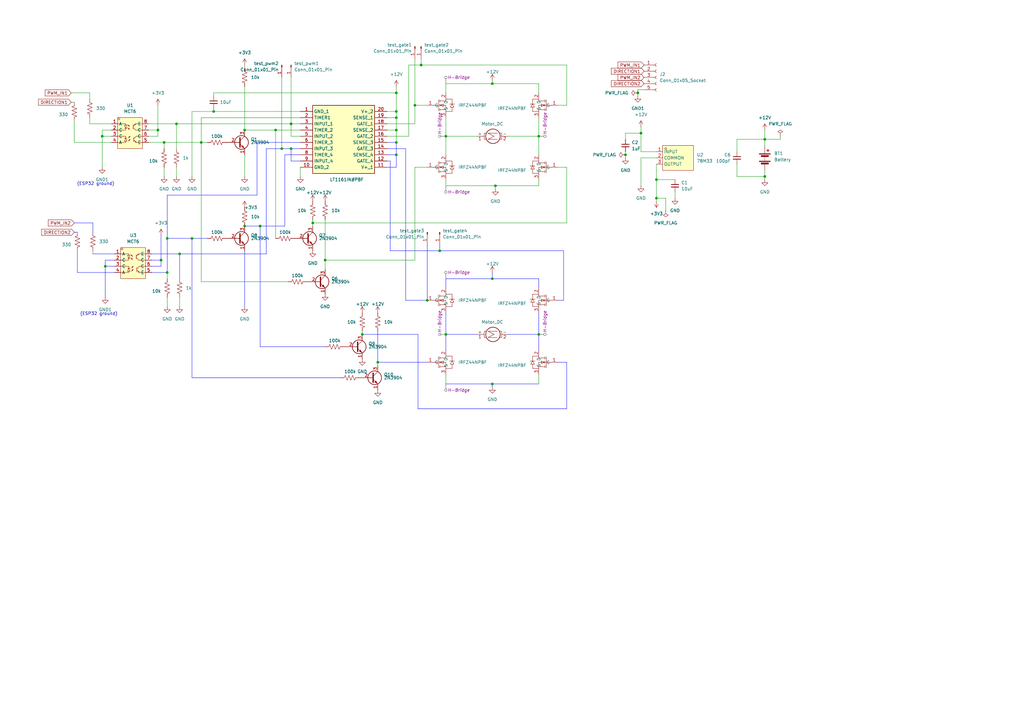
<source format=kicad_sch>
(kicad_sch (version 20250114) (generator "eeschema") (generator_version "9.0")
  (paper "A3")
  (lib_symbols
    (symbol "Connector:Conn_01x01_Pin" (pin_names (offset 1.016) (hide yes))
      (property "Reference" "J" (at 0 2.54 0))
      (property "Value" "Conn_01x01_Pin" (at 0 -2.54 0))
      (symbol "Conn_01x01_Pin_1_1"
        (pin passive line (at 5.08 0 180) (length 3.81) (name "Pin_1") (number "1"))
      )
    )
    (symbol "Connector:Conn_01x05_Socket" (pin_names (offset 1.016) (hide yes))
      (property "Reference" "J" (at 0 7.62 0))
      (property "Value" "Conn_01x05_Socket" (at 0 -7.62 0))
      (symbol "Conn_01x05_Socket_1_1"
        (pin passive line (at -5.08 5.08 0) (length 3.81) (name "Pin_1") (number "1"))
        (pin passive line (at -5.08 2.54 0) (length 3.81) (name "Pin_2") (number "2"))
        (pin passive line (at -5.08 0 0) (length 3.81) (name "Pin_3") (number "3"))
        (pin passive line (at -5.08 -2.54 0) (length 3.81) (name "Pin_4") (number "4"))
        (pin passive line (at -5.08 -5.08 0) (length 3.81) (name "Pin_5") (number "5"))
      )
    )
    (symbol "Device:Battery" (pin_numbers (hide yes)) (pin_names (offset 0) (hide yes))
      (property "Reference" "BT" (at 2.54 2.54 0))
      (property "Value" "Battery" (at 2.54 0 0))
      (symbol "Battery_1_1"
        (pin passive line (at 0 5.08 270) (length 2.54) (name "+") (number "1"))
        (pin passive line (at 0 -5.08 90) (length 2.54) (name "-") (number "2"))
      )
    )
    (symbol "Device:C_Small" (pin_numbers (hide yes)) (pin_names (offset 0.254) (hide yes))
      (property "Reference" "C" (at 0.254 1.778 0))
      (property "Value" "C_Small" (at 0.254 -2.032 0))
      (symbol "C_Small_1_1"
        (pin passive line (at 0 2.54 270) (length 2.032) (name "~") (number "1"))
        (pin passive line (at 0 -2.54 90) (length 2.032) (name "~") (number "2"))
      )
    )
    (symbol "Device:R_US" (pin_numbers (hide yes)) (pin_names (offset 0))
      (property "Reference" "R" (at 2.54 0 90))
      (property "Value" "R_US" (at -2.54 0 90))
      (symbol "R_US_1_1"
        (pin passive line (at 0 3.81 270) (length 1.27) (name "~") (number "1"))
        (pin passive line (at 0 -3.81 90) (length 1.27) (name "~") (number "2"))
      )
    )
    (symbol "Motor:Motor_DC_ALT" (pin_names (offset 0))
      (property "Reference" "M" (at 2.54 2.54 0))
      (property "Value" "Motor_DC_ALT" (at 2.54 -5.08 0))
      (symbol "Motor_DC_ALT_1_1"
        (pin passive line (at 0 5.08 270) (length 2.54) (name "+") (number "1"))
        (pin passive line (at 0 -7.62 90) (length 2.54) (name "-") (number "2"))
      )
    )
    (symbol "SamacSys_Parts:LT1161IN#PBF"
      (property "Reference" "IC" (at 31.75 7.62 0))
      (property "Value" "LT1161IN#PBF" (at 31.75 5.08 0))
      (symbol "LT1161IN#PBF_1_1"
        (pin passive line (at 0 0 0) (length 5.08) (name "GND_1") (number "1"))
        (pin passive line (at 0 -2.54 0) (length 5.08) (name "TIMER1") (number "2"))
        (pin passive line (at 0 -5.08 0) (length 5.08) (name "INPUT_1") (number "3"))
        (pin passive line (at 0 -7.62 0) (length 5.08) (name "TIMER_2") (number "4"))
        (pin passive line (at 0 -10.16 0) (length 5.08) (name "INPUT_2") (number "5"))
        (pin passive line (at 0 -12.7 0) (length 5.08) (name "TIMER_3") (number "6"))
        (pin passive line (at 0 -15.24 0) (length 5.08) (name "INPUT_3") (number "7"))
        (pin passive line (at 0 -17.78 0) (length 5.08) (name "TIMER_4") (number "8"))
        (pin passive line (at 0 -20.32 0) (length 5.08) (name "INPUT_4") (number "9"))
        (pin passive line (at 0 -22.86 0) (length 5.08) (name "GND_2") (number "10"))
        (pin passive line (at 35.56 0 180) (length 5.08) (name "V+_2") (number "20"))
        (pin passive line (at 35.56 -2.54 180) (length 5.08) (name "SENSE_1") (number "19"))
        (pin passive line (at 35.56 -5.08 180) (length 5.08) (name "GATE_1") (number "18"))
        (pin passive line (at 35.56 -7.62 180) (length 5.08) (name "SENSE_2") (number "17"))
        (pin passive line (at 35.56 -10.16 180) (length 5.08) (name "GATE_2") (number "16"))
        (pin passive line (at 35.56 -12.7 180) (length 5.08) (name "SENSE_3") (number "15"))
        (pin passive line (at 35.56 -15.24 180) (length 5.08) (name "GATE_3") (number "14"))
        (pin passive line (at 35.56 -17.78 180) (length 5.08) (name "SENSE_4") (number "13"))
        (pin passive line (at 35.56 -20.32 180) (length 5.08) (name "GATE_4") (number "12"))
        (pin passive line (at 35.56 -22.86 180) (length 5.08) (name "V+_1") (number "11"))
      )
    )
    (symbol "Transistor_BJT:2N3904" (pin_names (offset 0) (hide yes))
      (property "Reference" "Q" (at 5.08 1.905 0))
      (property "Value" "2N3904" (at 5.08 0 0))
      (symbol "2N3904_1_1"
        (pin passive line (at -5.08 0 0) (length 5.715) (name "B") (number "2"))
        (pin passive line (at 2.54 5.08 270) (length 2.54) (name "C") (number "3"))
        (pin passive line (at 2.54 -5.08 90) (length 2.54) (name "E") (number "1"))
      )
    )
    (symbol "easyeda2kicad:IRFZ44NPBF"
      (property "Reference" "Q" (at 0 10.16 0))
      (property "Value" "IRFZ44NPBF" (at 0 -10.16 0))
      (symbol "IRFZ44NPBF_0_1"
        (pin unspecified line (at -5.08 0 0) (length 2.54) (name "G") (number "1"))
        (pin unspecified line (at 2.54 5.08 270) (length 2.54) (name "D") (number "2"))
        (pin unspecified line (at 2.54 -5.08 90) (length 2.54) (name "S") (number "3"))
      )
    )
    (symbol "easyeda2kicad:MCT6"
      (property "Reference" "U" (at 0 7.62 0))
      (property "Value" "MCT6" (at 0 -10.16 0))
      (symbol "MCT6_0_1"
        (pin unspecified line (at -7.62 2.54 0) (length 2.54) (name "A") (number "1"))
        (pin unspecified line (at -7.62 0 0) (length 2.54) (name "C") (number "2"))
        (pin unspecified line (at -7.62 -2.54 0) (length 2.54) (name "C") (number "3"))
        (pin unspecified line (at -7.62 -5.08 0) (length 2.54) (name "A") (number "4"))
        (pin unspecified line (at 7.62 2.54 180) (length 2.54) (name "E") (number "8"))
        (pin unspecified line (at 7.62 0 180) (length 2.54) (name "C") (number "7"))
        (pin unspecified line (at 7.62 -2.54 180) (length 2.54) (name "C") (number "6"))
        (pin unspecified line (at 7.62 -5.08 180) (length 2.54) (name "E") (number "5"))
      )
    )
    (symbol "easyeda2kicad:UA78M33CKCS"
      (property "Reference" "U" (at 0 7.62 0))
      (property "Value" "UA78M33CKCS" (at 0 -7.62 0))
      (symbol "UA78M33CKCS_0_1"
        (pin unspecified line (at -7.62 2.54 0) (length 2.54) (name "INPUT") (number "1"))
        (pin unspecified line (at -7.62 0 0) (length 2.54) (name "COMMON") (number "2"))
        (pin unspecified line (at -7.62 -2.54 0) (length 2.54) (name "OUTPUT") (number "3"))
      )
    )
    (symbol "power:+12V" (power) (pin_names (offset 0))
      (property "Value" "+12V" (at 0 3.556 0))
      (symbol "+12V_1_1"
        (pin power_in line (at 0 0 90) (length 0) (hide yes) (name "+12V") (number "1"))
      )
    )
    (symbol "power:+3V3" (power) (pin_names (offset 0))
      (property "Value" "+3V3" (at 0 3.556 0))
      (symbol "+3V3_1_1"
        (pin power_in line (at 0 0 90) (length 0) (hide yes) (name "+3V3") (number "1"))
      )
    )
    (symbol "power:GND" (power) (pin_names (offset 0))
      (property "Value" "GND" (at 0 -3.81 0))
      (symbol "GND_1_1"
        (pin power_in line (at 0 0 270) (length 0) (hide yes) (name "GND") (number "1"))
      )
    )
    (symbol "power:GND1" (power) (pin_names (offset 0))
      (property "Value" "GND1" (at 0 -3.81 0))
      (symbol "GND1_1_1"
        (pin power_in line (at 0 0 270) (length 0) (hide yes) (name "GND1") (number "1"))
      )
    )
    (symbol "power:PWR_FLAG" (power) (pin_numbers (hide yes)) (pin_names (offset 0) (hide yes))
      (property "Value" "PWR_FLAG" (at 0 3.81 0))
      (symbol "PWR_FLAG_0_0"
        (pin power_out line (at 0 0 90) (length 0) (name "pwr") (number "1"))
      )
    )
  )
  (text "(ESP32 ground)\n" (at 46.99 76.2 0) (effects (font (size 1.27 1.27)) (justify right bottom)))
  (text "(ESP32 ground)\n" (at 48.26 129.54 0) (effects (font (size 1.27 1.27)) (justify right bottom)))
  (junction (at 87.63 45.72))
  (junction (at 82.55 58.42))
  (junction (at 148.59 137.16))
  (junction (at 261.62 38.1))
  (junction (at 133.35 106.68))
  (junction (at 162.56 38.1))
  (junction (at 175.26 123.19))
  (junction (at 220.98 137.16))
  (junction (at 113.03 53.34))
  (junction (at 154.94 148.59))
  (junction (at 182.88 137.16))
  (junction (at 73.66 104.14))
  (junction (at 220.98 55.88))
  (junction (at 43.18 109.22))
  (junction (at 119.38 60.96))
  (junction (at 66.04 106.68))
  (junction (at 115.57 60.96))
  (junction (at 203.2 76.2))
  (junction (at 162.56 58.42))
  (junction (at 269.24 73.66))
  (junction (at 313.69 72.39))
  (junction (at 201.93 114.3))
  (junction (at 201.93 34.29))
  (junction (at 128.27 91.44))
  (junction (at 162.56 45.72))
  (junction (at 182.88 55.88))
  (junction (at 72.39 50.8))
  (junction (at 180.34 102.87))
  (junction (at 68.58 97.79))
  (junction (at 67.31 58.42))
  (junction (at 64.77 53.34))
  (junction (at 78.74 97.79))
  (junction (at 313.69 57.15))
  (junction (at 106.68 92.71))
  (junction (at 172.72 26.67))
  (junction (at 201.93 157.48))
  (junction (at 119.38 50.8))
  (junction (at 269.24 81.28))
  (junction (at 262.89 54.61))
  (junction (at 162.56 48.26))
  (junction (at 68.58 111.76))
  (junction (at 162.56 53.34))
  (junction (at 100.33 53.34))
  (junction (at 41.91 55.88))
  (junction (at 100.33 92.71))
  (junction (at 256.54 63.5))
  (junction (at 162.56 63.5))
  (junction (at 170.18 43.18))
  (wire (pts (xy 158.75 48.26) (xy 162.56 48.26)))
  (wire (pts (xy 220.98 76.2) (xy 220.98 73.66)))
  (wire (pts (xy 62.23 111.76) (xy 68.58 111.76)) (stroke (width 0) (color 0 0 255 1)))
  (wire (pts (xy 313.69 72.39) (xy 313.69 73.66)))
  (wire (pts (xy 119.38 55.88) (xy 123.19 55.88)))
  (wire (pts (xy 68.58 80.01) (xy 105.41 80.01)) (stroke (width 0) (color 0 0 255 1)))
  (wire (pts (xy 170.18 106.68) (xy 170.18 68.58)))
  (wire (pts (xy 313.69 69.85) (xy 313.69 72.39)))
  (wire (pts (xy 123.19 68.58) (xy 123.19 72.39)))
  (wire (pts (xy 73.66 104.14) (xy 73.66 114.3)) (stroke (width 0) (color 0 0 255 1)))
  (wire (pts (xy 45.72 53.34) (xy 41.91 53.34)))
  (wire (pts (xy 123.19 45.72) (xy 87.63 45.72)))
  (wire (pts (xy 256.54 63.5) (xy 256.54 64.77)))
  (wire (pts (xy 182.88 55.88) (xy 195.58 55.88)))
  (wire (pts (xy 313.69 53.34) (xy 313.69 57.15)))
  (wire (pts (xy 158.75 68.58) (xy 162.56 68.58)) (stroke (width 0) (color 0 0 255 1)))
  (wire (pts (xy 115.57 60.96) (xy 119.38 60.96)) (stroke (width 0) (color 0 0 255 1)))
  (wire (pts (xy 82.55 58.42) (xy 82.55 115.57)))
  (wire (pts (xy 82.55 48.26) (xy 123.19 48.26)))
  (wire (pts (xy 133.35 90.17) (xy 133.35 106.68)))
  (wire (pts (xy 72.39 50.8) (xy 119.38 50.8)))
  (wire (pts (xy 100.33 35.56) (xy 100.33 53.34)))
  (wire (pts (xy 119.38 50.8) (xy 123.19 50.8)))
  (wire (pts (xy 128.27 91.44) (xy 232.41 91.44)))
  (wire (pts (xy 232.41 167.64) (xy 232.41 148.59)) (stroke (width 0) (color 0 0 255 1)))
  (wire (pts (xy 29.21 41.91) (xy 30.48 41.91)))
  (wire (pts (xy 232.41 43.18) (xy 228.6 43.18)))
  (wire (pts (xy 148.59 137.16) (xy 171.45 137.16)) (stroke (width 0) (color 0 0 255 1)))
  (wire (pts (xy 182.88 137.16) (xy 195.58 137.16)) (stroke (width 0) (color 0 0 255 1)))
  (wire (pts (xy 203.2 76.2) (xy 220.98 76.2)))
  (wire (pts (xy 154.94 135.89) (xy 154.94 148.59)) (stroke (width 0) (color 0 0 255 1)))
  (wire (pts (xy 201.93 157.48) (xy 220.98 157.48)) (stroke (width 0) (color 0 0 255 1)))
  (wire (pts (xy 201.93 157.48) (xy 201.93 158.75)) (stroke (width 0) (color 0 0 255 1)))
  (wire (pts (xy 302.26 57.15) (xy 313.69 57.15)))
  (wire (pts (xy 43.18 109.22) (xy 43.18 121.92)) (stroke (width 0) (color 0 0 255 1)))
  (wire (pts (xy 231.14 102.87) (xy 231.14 123.19)) (stroke (width 0) (color 0 0 255 1)))
  (wire (pts (xy 85.09 58.42) (xy 82.55 58.42)))
  (wire (pts (xy 269.24 67.31) (xy 269.24 73.66)))
  (wire (pts (xy 72.39 68.58) (xy 72.39 72.39)))
  (wire (pts (xy 162.56 63.5) (xy 162.56 58.42)) (stroke (width 0) (color 0 0 255 1)))
  (wire (pts (xy 175.26 100.33) (xy 175.26 123.19)) (stroke (width 0) (color 0 0 255 1)))
  (wire (pts (xy 100.33 53.34) (xy 113.03 53.34)))
  (wire (pts (xy 220.98 137.16) (xy 220.98 143.51)) (stroke (width 0) (color 0 0 255 1)))
  (wire (pts (xy 162.56 53.34) (xy 162.56 48.26)))
  (wire (pts (xy 220.98 128.27) (xy 220.98 137.16)) (stroke (width 0) (color 0 0 255 1)))
  (wire (pts (xy 182.88 118.11) (xy 182.88 114.3)) (stroke (width 0) (color 0 0 255 1)))
  (wire (pts (xy 262.89 54.61) (xy 262.89 62.23)))
  (wire (pts (xy 82.55 48.26) (xy 82.55 58.42)))
  (wire (pts (xy 60.96 50.8) (xy 72.39 50.8)))
  (wire (pts (xy 38.1 95.25) (xy 38.1 91.44)) (stroke (width 0) (color 0 0 255 1)))
  (wire (pts (xy 182.88 73.66) (xy 182.88 76.2)))
  (wire (pts (xy 66.04 106.68) (xy 66.04 109.22)) (stroke (width 0) (color 0 0 255 1)))
  (wire (pts (xy 320.04 57.15) (xy 313.69 57.15)))
  (wire (pts (xy 30.48 95.25) (xy 31.75 95.25)) (stroke (width 0) (color 0 0 255 1)))
  (wire (pts (xy 113.03 53.34) (xy 113.03 97.79)))
  (wire (pts (xy 29.21 38.1) (xy 36.83 38.1)))
  (wire (pts (xy 162.56 38.1) (xy 162.56 45.72)))
  (wire (pts (xy 128.27 91.44) (xy 128.27 92.71)))
  (wire (pts (xy 269.24 73.66) (xy 269.24 81.28)))
  (wire (pts (xy 60.96 55.88) (xy 64.77 55.88)))
  (wire (pts (xy 62.23 106.68) (xy 66.04 106.68)) (stroke (width 0) (color 0 0 255 1)))
  (wire (pts (xy 182.88 55.88) (xy 182.88 63.5)))
  (wire (pts (xy 220.98 48.26) (xy 220.98 55.88)))
  (wire (pts (xy 162.56 45.72) (xy 158.75 45.72)))
  (wire (pts (xy 87.63 44.45) (xy 87.63 45.72)))
  (wire (pts (xy 43.18 106.68) (xy 43.18 109.22)) (stroke (width 0) (color 0 0 255 1)))
  (wire (pts (xy 158.75 55.88) (xy 167.64 55.88)))
  (wire (pts (xy 41.91 53.34) (xy 41.91 55.88)))
  (wire (pts (xy 36.83 48.26) (xy 36.83 50.8)))
  (wire (pts (xy 201.93 111.76) (xy 201.93 114.3)) (stroke (width 0) (color 0 0 255 1)))
  (wire (pts (xy 180.34 102.87) (xy 231.14 102.87)) (stroke (width 0) (color 0 0 255 1)))
  (wire (pts (xy 78.74 97.79) (xy 85.09 97.79)) (stroke (width 0) (color 0 0 255 1)))
  (wire (pts (xy 171.45 167.64) (xy 232.41 167.64)) (stroke (width 0) (color 0 0 255 1)))
  (wire (pts (xy 220.98 55.88) (xy 220.98 63.5)))
  (wire (pts (xy 68.58 80.01) (xy 68.58 97.79)) (stroke (width 0) (color 0 0 255 1)))
  (wire (pts (xy 36.83 40.64) (xy 36.83 38.1)))
  (wire (pts (xy 133.35 110.49) (xy 133.35 106.68)))
  (wire (pts (xy 160.02 102.87) (xy 180.34 102.87)) (stroke (width 0) (color 0 0 255 1)))
  (wire (pts (xy 82.55 115.57) (xy 118.11 115.57)))
  (wire (pts (xy 182.88 137.16) (xy 182.88 143.51)) (stroke (width 0) (color 0 0 255 1)))
  (wire (pts (xy 208.28 55.88) (xy 220.98 55.88)))
  (wire (pts (xy 320.04 55.88) (xy 320.04 57.15)))
  (wire (pts (xy 313.69 57.15) (xy 313.69 59.69)))
  (wire (pts (xy 68.58 97.79) (xy 68.58 111.76)) (stroke (width 0) (color 0 0 255 1)))
  (wire (pts (xy 73.66 104.14) (xy 109.22 104.14)) (stroke (width 0) (color 0 0 255 1)))
  (wire (pts (xy 182.88 48.26) (xy 182.88 55.88)))
  (wire (pts (xy 182.88 76.2) (xy 203.2 76.2)))
  (wire (pts (xy 172.72 26.67) (xy 232.41 26.67)))
  (wire (pts (xy 162.56 68.58) (xy 162.56 63.5)) (stroke (width 0) (color 0 0 255 1)))
  (wire (pts (xy 276.86 78.74) (xy 276.86 81.28)))
  (wire (pts (xy 167.64 55.88) (xy 167.64 26.67)))
  (wire (pts (xy 182.88 153.67) (xy 182.88 157.48)))
  (wire (pts (xy 256.54 62.23) (xy 256.54 63.5)))
  (wire (pts (xy 68.58 97.79) (xy 78.74 97.79)) (stroke (width 0) (color 0 0 255 1)))
  (wire (pts (xy 167.64 26.67) (xy 172.72 26.67)))
  (wire (pts (xy 67.31 58.42) (xy 67.31 60.96)))
  (wire (pts (xy 78.74 45.72) (xy 87.63 45.72)))
  (wire (pts (xy 41.91 55.88) (xy 41.91 68.58)))
  (wire (pts (xy 106.68 142.24) (xy 133.35 142.24)) (stroke (width 0) (color 0 0 255 1)))
  (wire (pts (xy 262.89 64.77) (xy 269.24 64.77)))
  (wire (pts (xy 160.02 66.04) (xy 160.02 102.87)) (stroke (width 0) (color 0 0 255 1)))
  (wire (pts (xy 166.37 123.19) (xy 175.26 123.19)) (stroke (width 0) (color 0 0 255 1)))
  (wire (pts (xy 133.35 106.68) (xy 170.18 106.68)))
  (wire (pts (xy 62.23 104.14) (xy 73.66 104.14)) (stroke (width 0) (color 0 0 255 1)))
  (wire (pts (xy 106.68 92.71) (xy 116.84 92.71)) (stroke (width 0) (color 0 0 255 1)))
  (wire (pts (xy 119.38 31.75) (xy 119.38 50.8)))
  (wire (pts (xy 113.03 53.34) (xy 123.19 53.34)))
  (wire (pts (xy 158.75 58.42) (xy 162.56 58.42)) (stroke (width 0) (color 0 0 255 1)))
  (wire (pts (xy 87.63 38.1) (xy 162.56 38.1)))
  (wire (pts (xy 60.96 53.34) (xy 64.77 53.34)))
  (wire (pts (xy 154.94 148.59) (xy 175.26 148.59)) (stroke (width 0) (color 0 0 255 1)))
  (wire (pts (xy 158.75 60.96) (xy 166.37 60.96)) (stroke (width 0) (color 0 0 255 1)))
  (wire (pts (xy 68.58 111.76) (xy 68.58 114.3)))
  (wire (pts (xy 302.26 72.39) (xy 313.69 72.39)))
  (wire (pts (xy 64.77 43.18) (xy 64.77 53.34)))
  (wire (pts (xy 231.14 123.19) (xy 228.6 123.19)) (stroke (width 0) (color 0 0 255 1)))
  (wire (pts (xy 43.18 109.22) (xy 46.99 109.22)) (stroke (width 0) (color 0 0 255 1)))
  (wire (pts (xy 269.24 81.28) (xy 269.24 82.55)))
  (wire (pts (xy 201.93 34.29) (xy 220.98 34.29)))
  (wire (pts (xy 256.54 54.61) (xy 262.89 54.61)))
  (wire (pts (xy 109.22 104.14) (xy 109.22 60.96)) (stroke (width 0) (color 0 0 255 1)))
  (wire (pts (xy 160.02 66.04) (xy 158.75 66.04)) (stroke (width 0) (color 0 0 255 1)))
  (wire (pts (xy 115.57 31.75) (xy 115.57 60.96)))
  (wire (pts (xy 170.18 50.8) (xy 170.18 43.18)))
  (wire (pts (xy 67.31 68.58) (xy 67.31 72.39)))
  (wire (pts (xy 100.33 63.5) (xy 100.33 72.39)))
  (wire (pts (xy 220.98 157.48) (xy 220.98 153.67)))
  (wire (pts (xy 30.48 49.53) (xy 30.48 58.42)))
  (wire (pts (xy 220.98 34.29) (xy 220.98 38.1)))
  (wire (pts (xy 220.98 114.3) (xy 220.98 118.11)) (stroke (width 0) (color 0 0 255 1)))
  (wire (pts (xy 38.1 104.14) (xy 46.99 104.14)) (stroke (width 0) (color 0 0 255 1)))
  (wire (pts (xy 269.24 73.66) (xy 276.86 73.66)))
  (wire (pts (xy 66.04 96.52) (xy 66.04 106.68)) (stroke (width 0) (color 0 0 255 1)))
  (wire (pts (xy 30.48 91.44) (xy 38.1 91.44)) (stroke (width 0) (color 0 0 255 1)))
  (wire (pts (xy 148.59 135.89) (xy 148.59 137.16)))
  (wire (pts (xy 171.45 137.16) (xy 171.45 167.64)) (stroke (width 0) (color 0 0 255 1)))
  (wire (pts (xy 203.2 76.2) (xy 203.2 77.47)))
  (wire (pts (xy 261.62 36.83) (xy 261.62 38.1)))
  (wire (pts (xy 31.75 102.87) (xy 31.75 111.76)) (stroke (width 0) (color 0 0 255 1)))
  (wire (pts (xy 38.1 102.87) (xy 38.1 104.14)))
  (wire (pts (xy 46.99 111.76) (xy 31.75 111.76)) (stroke (width 0) (color 0 0 255 1)))
  (wire (pts (xy 172.72 24.13) (xy 172.72 26.67)))
  (wire (pts (xy 73.66 121.92) (xy 73.66 125.73)))
  (wire (pts (xy 256.54 54.61) (xy 256.54 57.15)))
  (wire (pts (xy 154.94 148.59) (xy 154.94 149.86)))
  (wire (pts (xy 116.84 92.71) (xy 116.84 63.5)) (stroke (width 0) (color 0 0 255 1)))
  (wire (pts (xy 78.74 97.79) (xy 78.74 154.94)) (stroke (width 0) (color 0 0 255 1)))
  (wire (pts (xy 46.99 106.68) (xy 43.18 106.68)) (stroke (width 0) (color 0 0 255 1)))
  (wire (pts (xy 100.33 92.71) (xy 106.68 92.71)) (stroke (width 0) (color 0 0 255 1)))
  (wire (pts (xy 106.68 92.71) (xy 106.68 142.24)) (stroke (width 0) (color 0 0 255 1)))
  (wire (pts (xy 64.77 53.34) (xy 64.77 55.88)))
  (wire (pts (xy 87.63 38.1) (xy 87.63 39.37)))
  (wire (pts (xy 119.38 60.96) (xy 119.38 66.04)) (stroke (width 0) (color 0 0 255 1)))
  (wire (pts (xy 116.84 63.5) (xy 123.19 63.5)) (stroke (width 0) (color 0 0 255 1)))
  (wire (pts (xy 182.88 34.29) (xy 201.93 34.29)))
  (wire (pts (xy 162.56 35.56) (xy 162.56 38.1)))
  (wire (pts (xy 78.74 154.94) (xy 139.7 154.94)) (stroke (width 0) (color 0 0 255 1)))
  (wire (pts (xy 67.31 58.42) (xy 82.55 58.42)))
  (wire (pts (xy 273.05 86.36) (xy 273.05 81.28)))
  (wire (pts (xy 262.89 52.07) (xy 262.89 54.61)))
  (wire (pts (xy 100.33 26.67) (xy 100.33 27.94)))
  (wire (pts (xy 182.88 128.27) (xy 182.88 137.16)) (stroke (width 0) (color 0 0 255 1)))
  (wire (pts (xy 170.18 43.18) (xy 175.26 43.18)))
  (wire (pts (xy 302.26 67.31) (xy 302.26 72.39)))
  (wire (pts (xy 41.91 55.88) (xy 45.72 55.88)))
  (wire (pts (xy 105.41 80.01) (xy 105.41 58.42)) (stroke (width 0) (color 0 0 255 1)))
  (wire (pts (xy 166.37 60.96) (xy 166.37 123.19)) (stroke (width 0) (color 0 0 255 1)))
  (wire (pts (xy 119.38 66.04) (xy 123.19 66.04)) (stroke (width 0) (color 0 0 255 1)))
  (wire (pts (xy 60.96 58.42) (xy 67.31 58.42)))
  (wire (pts (xy 182.88 157.48) (xy 201.93 157.48)) (stroke (width 0) (color 0 0 255 1)))
  (wire (pts (xy 201.93 33.02) (xy 201.93 34.29)))
  (wire (pts (xy 269.24 62.23) (xy 262.89 62.23)))
  (wire (pts (xy 232.41 91.44) (xy 232.41 68.58)))
  (wire (pts (xy 158.75 63.5) (xy 162.56 63.5)) (stroke (width 0) (color 0 0 255 1)))
  (wire (pts (xy 36.83 50.8) (xy 45.72 50.8)))
  (wire (pts (xy 78.74 45.72) (xy 78.74 72.39)))
  (wire (pts (xy 232.41 26.67) (xy 232.41 43.18)))
  (wire (pts (xy 100.33 102.87) (xy 100.33 125.73)) (stroke (width 0) (color 0 0 255 1)))
  (wire (pts (xy 119.38 60.96) (xy 123.19 60.96)) (stroke (width 0) (color 0 0 255 1)))
  (wire (pts (xy 105.41 58.42) (xy 123.19 58.42)) (stroke (width 0) (color 0 0 255 1)))
  (wire (pts (xy 273.05 81.28) (xy 269.24 81.28)))
  (wire (pts (xy 262.89 64.77) (xy 262.89 76.2)))
  (wire (pts (xy 162.56 58.42) (xy 162.56 53.34)))
  (wire (pts (xy 208.28 137.16) (xy 220.98 137.16)) (stroke (width 0) (color 0 0 255 1)))
  (wire (pts (xy 62.23 109.22) (xy 66.04 109.22)) (stroke (width 0) (color 0 0 255 1)))
  (wire (pts (xy 264.16 36.83) (xy 261.62 36.83)))
  (wire (pts (xy 109.22 60.96) (xy 115.57 60.96)) (stroke (width 0) (color 0 0 255 1)))
  (wire (pts (xy 72.39 50.8) (xy 72.39 60.96)))
  (wire (pts (xy 182.88 38.1) (xy 182.88 34.29)))
  (wire (pts (xy 170.18 68.58) (xy 175.26 68.58)))
  (wire (pts (xy 302.26 62.23) (xy 302.26 57.15)))
  (wire (pts (xy 201.93 114.3) (xy 220.98 114.3)) (stroke (width 0) (color 0 0 255 1)))
  (wire (pts (xy 182.88 114.3) (xy 201.93 114.3)) (stroke (width 0) (color 0 0 255 1)))
  (wire (pts (xy 158.75 53.34) (xy 162.56 53.34)))
  (wire (pts (xy 162.56 48.26) (xy 162.56 45.72)))
  (wire (pts (xy 128.27 90.17) (xy 128.27 91.44)))
  (wire (pts (xy 45.72 58.42) (xy 30.48 58.42)))
  (wire (pts (xy 170.18 43.18) (xy 170.18 24.13)))
  (wire (pts (xy 232.41 148.59) (xy 228.6 148.59)) (stroke (width 0) (color 0 0 255 1)))
  (wire (pts (xy 68.58 121.92) (xy 68.58 125.73)))
  (wire (pts (xy 119.38 50.8) (xy 119.38 55.88)))
  (wire (pts (xy 158.75 50.8) (xy 170.18 50.8)))
  (wire (pts (xy 232.41 68.58) (xy 228.6 68.58)))
  (wire (pts (xy 180.34 100.33) (xy 180.34 102.87)) (stroke (width 0) (color 0 0 255 1)))
  (wire (pts (xy 261.62 38.1) (xy 261.62 39.37)))
  (global_label "DIRECTION1" (shape input) (at 29.21 41.91 180) (property "Intersheetrefs" "${INTERSHEET_REFS}" (effects (hide yes))))
  (global_label "PWM_IN2" (shape input) (at 30.48 91.44 180) (property "Intersheetrefs" "${INTERSHEET_REFS}" (effects (hide yes))))
  (global_label "DIRECTION1" (shape input) (at 264.16 29.21 180) (property "Intersheetrefs" "${INTERSHEET_REFS}" (effects (hide yes))))
  (global_label "PWM_IN1" (shape input) (at 264.16 26.67 180) (property "Intersheetrefs" "${INTERSHEET_REFS}" (effects (hide yes))))
  (global_label "DIRECTION2" (shape input) (at 30.48 95.25 180) (property "Intersheetrefs" "${INTERSHEET_REFS}" (effects (hide yes))))
  (global_label "PWM_IN1" (shape input) (at 29.21 38.1 180) (property "Intersheetrefs" "${INTERSHEET_REFS}" (effects (hide yes))))
  (global_label "PWM_IN2" (shape input) (at 264.16 31.75 180) (property "Intersheetrefs" "${INTERSHEET_REFS}" (effects (hide yes))))
  (global_label "DIRECTION2" (shape input) (at 264.16 34.29 180) (property "Intersheetrefs" "${INTERSHEET_REFS}" (effects (hide yes))))
  (netclass_flag "" (length 2.54) (shape round) (at 182.88 157.48 180) (property "Netclass" "H-Bridge" (at 183.5785 160.02 0) (effects (font (italic yes)) (justify left))))
  (netclass_flag "" (length 2.54) (shape round) (at 220.98 55.88 270) (property "Netclass" "H-Bridge" (at 223.52 55.1815 90) (effects (font (italic yes)) (justify left))))
  (netclass_flag "" (length 2.54) (shape round) (at 182.88 137.16 90) (property "Netclass" "H-Bridge" (at 180.34 136.4615 90) (effects (font (italic yes)) (justify left))))
  (netclass_flag "" (length 2.54) (shape round) (at 220.98 137.16 270) (property "Netclass" "H-Bridge" (at 223.52 136.4615 90) (effects (font (italic yes)) (justify left))))
  (netclass_flag "" (length 2.54) (shape round) (at 182.88 114.3 0) (property "Netclass" "H-Bridge" (at 183.5785 111.76 0) (effects (font (italic yes)) (justify left))))
  (netclass_flag "" (length 2.54) (shape round) (at 182.88 76.2 180) (property "Netclass" "H-Bridge" (at 183.5785 78.74 0) (effects (font (italic yes)) (justify left))))
  (netclass_flag "" (length 2.54) (shape round) (at 182.88 34.29 0) (property "Netclass" "H-Bridge" (at 183.5785 31.75 0) (effects (font (italic yes)) (justify left))))
  (netclass_flag "" (length 2.54) (shape round) (at 182.88 55.88 90) (property "Netclass" "H-Bridge" (at 180.34 55.1815 90) (effects (font (italic yes)) (justify left))))
  (symbol (lib_id "power:+3V3") (at 66.04 96.52 0) (unit 1)
    (property "Reference" "#PWR024" (effects (hide yes)))
    (property "Value" "+3V3" (at 66.04 91.44 0))
  )
  (symbol (lib_id "power:GND") (at 276.86 81.28 0) (unit 1)
    (property "Reference" "#PWR05" (effects (hide yes)))
    (property "Value" "GND" (at 276.86 86.36 0))
  )
  (symbol (lib_id "power:GND") (at 128.27 102.87 0) (unit 1)
    (property "Reference" "#PWR019" (effects (hide yes)))
    (property "Value" "GND" (at 128.27 107.95 0))
  )
  (symbol (lib_id "power:GND") (at 100.33 72.39 0) (unit 1)
    (property "Reference" "#PWR013" (effects (hide yes)))
    (property "Value" "GND" (at 100.33 77.47 0))
  )
  (symbol (lib_id "Connector:Conn_01x01_Pin") (at 175.26 95.25 90) (mirror x) (unit 1)
    (property "Reference" "test_gate3" (at 173.99 94.615 90) (effects (justify left)))
    (property "Value" "Conn_01x01_Pin" (at 173.99 97.155 90) (effects (justify left)))
    (property "Footprint" "Connector_PinHeader_2.00mm:PinHeader_1x01_P2.00mm_Vertical" (effects (hide yes)))
  )
  (symbol (lib_id "easyeda2kicad:IRFZ44NPBF") (at 180.34 43.18 0) (unit 1)
    (property "Reference" "Q2" (effects (hide yes)))
    (property "Value" "IRFZ44NPBF" (at 187.96 43.18 0) (effects (justify left)))
    (property "Footprint" "easyeda2kicad:TO-220-3_L10.0-W4.5-P2.54-L" (effects (hide yes)))
    (property "Datasheet" "https://lcsc.com/product-detail/MOSFET_IR_IRFZ44NPBF_IRFZ44NPBF_C2586.html" (effects (hide yes)))
    (property "LCSC Part" "C2586" (effects (hide yes)))
  )
  (symbol (lib_id "power:GND") (at 262.89 76.2 0) (unit 1)
    (property "Reference" "#PWR03" (effects (hide yes)))
    (property "Value" "GND" (at 262.89 81.28 0))
  )
  (symbol (lib_id "power:PWR_FLAG") (at 256.54 63.5 90) (unit 1)
    (property "Reference" "#FLG02" (effects (hide yes)))
    (property "Value" "PWR_FLAG" (at 252.73 63.5 90) (effects (justify left)))
  )
  (symbol (lib_id "Motor:Motor_DC_ALT") (at 200.66 137.16 90) (unit 1)
    (property "Reference" "M2" (effects (hide yes)))
    (property "Value" "Motor_DC" (at 201.93 132.08 90))
    (property "Footprint" "Connector_JST:JST_XH_B2B-XH-A_1x02_P2.50mm_Vertical" (effects (hide yes)))
  )
  (symbol (lib_id "power:+12V") (at 148.59 128.27 0) (unit 1)
    (property "Reference" "#PWR0103" (effects (hide yes)))
    (property "Value" "+12V" (at 148.59 124.714 0))
  )
  (symbol (lib_id "SamacSys_Parts:LT1161IN#PBF") (at 123.19 45.72 0) (unit 1)
    (property "Reference" "IC1" (effects (hide yes)))
    (property "Value" "LT1161IN#PBF" (at 142.24 73.66 0))
    (property "Footprint" "SamacSys_Parts:DIP794W53P254L2692H419Q20N" (effects (hide yes)))
    (property "Datasheet" "http://www.linear.com/docs/3607" (effects (hide yes)))
    (property "Height" "4.191" (effects (hide yes)))
    (property "Manufacturer_Name" "Analog Devices" (effects (hide yes)))
    (property "Manufacturer_Part_Number" "LT1161IN#PBF" (effects (hide yes)))
    (property "Mouser Part Number" "584-LT1161IN#PBF" (effects (hide yes)))
    (property "Mouser Price/Stock" "https://www.mouser.co.uk/ProductDetail/Analog-Devices/LT1161INPBF?qs=ytflclh7QUU%252BvpQTDLCzow%3D%3D" (effects (hide yes)))
    (property "Arrow Part Number" "LT1161IN#PBF" (effects (hide yes)))
    (property "Arrow Price/Stock" "https://www.arrow.com/en/products/lt1161inpbf/analog-devices?region=nac" (effects (hide yes)))
  )
  (symbol (lib_id "Connector:Conn_01x01_Pin") (at 170.18 19.05 90) (mirror x) (unit 1)
    (property "Reference" "test_gate1" (at 168.91 18.415 90) (effects (justify left)))
    (property "Value" "Conn_01x01_Pin" (at 168.91 20.955 90) (effects (justify left)))
    (property "Footprint" "Connector_PinHeader_2.00mm:PinHeader_1x01_P2.00mm_Vertical" (effects (hide yes)))
  )
  (symbol (lib_id "Transistor_BJT:2N3904") (at 97.79 58.42 0) (unit 1)
    (property "Reference" "Q1" (at 102.87 57.15 0) (effects (justify left)))
    (property "Value" "2N3904" (at 102.87 58.42 0) (effects (justify left)))
    (property "Footprint" "Package_TO_SOT_THT:TO-92_Inline" (effects (hide yes)))
    (property "Datasheet" "https://www.onsemi.com/pub/Collateral/2N3903-D.PDF" (effects (hide yes)))
  )
  (symbol (lib_id "power:+12V") (at 201.93 111.76 0) (unit 1)
    (property "Reference" "#PWR0108" (effects (hide yes)))
    (property "Value" "+12V" (at 201.93 108.204 0))
  )
  (symbol (lib_id "easyeda2kicad:IRFZ44NPBF") (at 223.52 148.59 0) (mirror y) (unit 1)
    (property "Reference" "Q14" (effects (hide yes)))
    (property "Value" "IRFZ44NPBF" (at 215.9 149.86 0) (effects (justify left)))
    (property "Footprint" "easyeda2kicad:TO-220-3_L10.0-W4.5-P2.54-L" (effects (hide yes)))
    (property "Datasheet" "https://lcsc.com/product-detail/MOSFET_IR_IRFZ44NPBF_IRFZ44NPBF_C2586.html" (effects (hide yes)))
    (property "LCSC Part" "C2586" (effects (hide yes)))
  )
  (symbol (lib_id "power:GND") (at 68.58 125.73 0) (unit 1)
    (property "Reference" "#PWR025" (effects (hide yes)))
    (property "Value" "GND" (at 68.58 130.81 0))
  )
  (symbol (lib_id "power:GND") (at 133.35 120.65 0) (unit 1)
    (property "Reference" "#PWR020" (effects (hide yes)))
    (property "Value" "GND" (at 133.35 125.73 0))
  )
  (symbol (lib_id "Device:R_US") (at 31.75 99.06 0) (mirror y) (unit 1)
    (property "Reference" "R11" (effects (hide yes)))
    (property "Value" "330" (at 29.21 100.33 0) (effects (justify left)))
    (property "Footprint" "Resistor_THT:R_Axial_DIN0309_L9.0mm_D3.2mm_P12.70mm_Horizontal" (effects (hide yes)))
  )
  (symbol (lib_id "Device:R_US") (at 154.94 132.08 0) (unit 1)
    (property "Reference" "R20" (effects (hide yes)))
    (property "Value" "10k" (at 157.48 132.08 0) (effects (justify left)))
    (property "Footprint" "Resistor_THT:R_Axial_DIN0309_L9.0mm_D3.2mm_P12.70mm_Horizontal" (effects (hide yes)))
  )
  (symbol (lib_id "power:GND") (at 313.69 73.66 0) (unit 1)
    (property "Reference" "#PWR022" (effects (hide yes)))
    (property "Value" "GND" (at 313.69 78.74 0))
  )
  (symbol (lib_id "power:+12V") (at 201.93 33.02 0) (unit 1)
    (property "Reference" "#PWR0105" (effects (hide yes)))
    (property "Value" "+12V" (at 201.93 29.464 0))
  )
  (symbol (lib_id "power:GND") (at 73.66 125.73 0) (unit 1)
    (property "Reference" "#PWR026" (effects (hide yes)))
    (property "Value" "GND" (at 73.66 130.81 0))
  )
  (symbol (lib_id "easyeda2kicad:MCT6") (at 53.34 53.34 0) (unit 1)
    (property "Reference" "U1" (at 53.34 43.18 0))
    (property "Value" "MCT6" (at 53.34 45.72 0))
    (property "Footprint" "easyeda2kicad:DIP-8_L9.7-W6.6-P2.54-LS7.6-BL" (effects (hide yes)))
    (property "Datasheet" "https://lcsc.com/product-detail/DIP-Optocouplers_ON-Semicon_MCT6_ON-Semicon-ON-MCT6_C258260.html" (effects (hide yes)))
    (property "LCSC Part" "C258260" (effects (hide yes)))
  )
  (symbol (lib_id "Transistor_BJT:2N3904") (at 152.4 154.94 0) (unit 1)
    (property "Reference" "Q10" (at 157.48 153.67 0) (effects (justify left)))
    (property "Value" "2N3904" (at 157.48 154.94 0) (effects (justify left)))
    (property "Footprint" "Package_TO_SOT_THT:TO-92_Inline" (effects (hide yes)))
    (property "Datasheet" "https://www.onsemi.com/pub/Collateral/2N3903-D.PDF" (effects (hide yes)))
  )
  (symbol (lib_id "power:GND1") (at 43.18 121.92 0) (unit 1)
    (property "Reference" "#PWR023" (effects (hide yes)))
    (property "Value" "GND1" (at 43.18 127 0))
  )
  (symbol (lib_id "power:+12V") (at 313.69 53.34 0) (unit 1)
    (property "Reference" "#PWR0109" (effects (hide yes)))
    (property "Value" "+12V" (at 313.69 48.26 0))
  )
  (symbol (lib_id "Device:R_US") (at 116.84 97.79 90) (unit 1)
    (property "Reference" "R8" (effects (hide yes)))
    (property "Value" "100k" (at 119.38 95.25 90) (effects (justify left)))
    (property "Footprint" "Resistor_THT:R_Axial_DIN0309_L9.0mm_D3.2mm_P12.70mm_Horizontal" (effects (hide yes)))
  )
  (symbol (lib_id "power:PWR_FLAG") (at 320.04 55.88 0) (unit 1)
    (property "Reference" "#FLG01" (effects (hide yes)))
    (property "Value" "PWR_FLAG" (at 320.04 50.8 0))
  )
  (symbol (lib_id "power:GND1") (at 41.91 68.58 0) (unit 1)
    (property "Reference" "#PWR06" (effects (hide yes)))
    (property "Value" "GND1" (at 41.91 73.66 0))
  )
  (symbol (lib_id "Device:R_US") (at 121.92 115.57 90) (unit 1)
    (property "Reference" "R7" (effects (hide yes)))
    (property "Value" "100k" (at 124.46 113.03 90) (effects (justify left)))
    (property "Footprint" "Resistor_THT:R_Axial_DIN0309_L9.0mm_D3.2mm_P12.70mm_Horizontal" (effects (hide yes)))
  )
  (symbol (lib_id "power:+12V") (at 128.27 82.55 0) (unit 1)
    (property "Reference" "#PWR0102" (effects (hide yes)))
    (property "Value" "+12V" (at 128.27 78.994 0))
  )
  (symbol (lib_id "Device:R_US") (at 67.31 64.77 0) (mirror x) (unit 1)
    (property "Reference" "R3" (effects (hide yes)))
    (property "Value" "10k" (at 64.77 66.04 0) (effects (justify right)))
    (property "Footprint" "Resistor_THT:R_Axial_DIN0309_L9.0mm_D3.2mm_P12.70mm_Horizontal" (effects (hide yes)))
  )
  (symbol (lib_id "easyeda2kicad:IRFZ44NPBF") (at 180.34 123.19 0) (unit 1)
    (property "Reference" "Q11" (effects (hide yes)))
    (property "Value" "IRFZ44NPBF" (at 187.96 123.19 0) (effects (justify left)))
    (property "Footprint" "easyeda2kicad:TO-220-3_L10.0-W4.5-P2.54-L" (effects (hide yes)))
    (property "Datasheet" "https://lcsc.com/product-detail/MOSFET_IR_IRFZ44NPBF_IRFZ44NPBF_C2586.html" (effects (hide yes)))
    (property "LCSC Part" "C2586" (effects (hide yes)))
  )
  (symbol (lib_id "power:+3V3") (at 100.33 85.09 0) (unit 1)
    (property "Reference" "#PWR028" (effects (hide yes)))
    (property "Value" "+3V3" (at 102.87 85.09 0))
  )
  (symbol (lib_id "Device:R_US") (at 73.66 118.11 0) (unit 1)
    (property "Reference" "R14" (effects (hide yes)))
    (property "Value" "1k" (at 76.2 118.11 0) (effects (justify left)))
    (property "Footprint" "Resistor_THT:R_Axial_DIN0309_L9.0mm_D3.2mm_P12.70mm_Horizontal" (effects (hide yes)))
  )
  (symbol (lib_id "Transistor_BJT:2N3904") (at 130.81 115.57 0) (unit 1)
    (property "Reference" "Q6" (at 135.89 114.3 0) (effects (justify left)))
    (property "Value" "2N3904" (at 135.89 115.57 0) (effects (justify left)))
    (property "Footprint" "Package_TO_SOT_THT:TO-92_Inline" (effects (hide yes)))
    (property "Datasheet" "https://www.onsemi.com/pub/Collateral/2N3903-D.PDF" (effects (hide yes)))
  )
  (symbol (lib_id "power:+3V3") (at 100.33 26.67 0) (unit 1)
    (property "Reference" "#PWR012" (effects (hide yes)))
    (property "Value" "+3V3" (at 100.33 21.59 0))
  )
  (symbol (lib_id "Device:R_US") (at 30.48 45.72 0) (mirror y) (unit 1)
    (property "Reference" "R1" (effects (hide yes)))
    (property "Value" "330" (at 27.94 46.99 0) (effects (justify left)))
    (property "Footprint" "Resistor_THT:R_Axial_DIN0309_L9.0mm_D3.2mm_P12.70mm_Horizontal" (effects (hide yes)))
  )
  (symbol (lib_id "power:GND1") (at 261.62 39.37 0) (unit 1)
    (property "Reference" "#PWR035" (effects (hide yes)))
    (property "Value" "GND1" (at 261.62 44.45 0))
  )
  (symbol (lib_id "power:GND") (at 100.33 125.73 0) (unit 1)
    (property "Reference" "#PWR027" (effects (hide yes)))
    (property "Value" "GND" (at 100.33 130.81 0))
  )
  (symbol (lib_id "Connector:Conn_01x01_Pin") (at 172.72 19.05 270) (unit 1)
    (property "Reference" "test_gate2" (at 173.99 18.415 90) (effects (justify left)))
    (property "Value" "Conn_01x01_Pin" (at 173.99 20.955 90) (effects (justify left)))
    (property "Footprint" "Connector_PinHeader_2.00mm:PinHeader_1x01_P2.00mm_Vertical" (effects (hide yes)))
  )
  (symbol (lib_id "Device:C_Small") (at 302.26 64.77 0) (unit 1)
    (property "Reference" "C6" (at 299.72 63.5063 0) (effects (justify right)))
    (property "Value" "100pF" (at 299.72 66.0463 0) (effects (justify right)))
    (property "Footprint" "Capacitor_THT:C_Disc_D3.4mm_W2.1mm_P2.50mm" (effects (hide yes)))
  )
  (symbol (lib_id "Device:R_US") (at 88.9 97.79 90) (unit 1)
    (property "Reference" "R15" (effects (hide yes)))
    (property "Value" "100k" (at 91.44 95.25 90) (effects (justify left)))
    (property "Footprint" "Resistor_THT:R_Axial_DIN0309_L9.0mm_D3.2mm_P12.70mm_Horizontal" (effects (hide yes)))
  )
  (symbol (lib_id "Device:R_US") (at 143.51 154.94 90) (unit 1)
    (property "Reference" "R18" (effects (hide yes)))
    (property "Value" "100k" (at 146.05 152.4 90) (effects (justify left)))
    (property "Footprint" "Resistor_THT:R_Axial_DIN0309_L9.0mm_D3.2mm_P12.70mm_Horizontal" (effects (hide yes)))
  )
  (symbol (lib_id "Device:R_US") (at 133.35 86.36 0) (unit 1)
    (property "Reference" "R10" (effects (hide yes)))
    (property "Value" "10k" (at 135.89 86.36 0) (effects (justify left)))
    (property "Footprint" "Resistor_THT:R_Axial_DIN0309_L9.0mm_D3.2mm_P12.70mm_Horizontal" (effects (hide yes)))
  )
  (symbol (lib_id "Device:R_US") (at 148.59 132.08 0) (mirror y) (unit 1)
    (property "Reference" "R19" (effects (hide yes)))
    (property "Value" "10k" (at 146.05 132.08 0) (effects (justify left)))
    (property "Footprint" "Resistor_THT:R_Axial_DIN0309_L9.0mm_D3.2mm_P12.70mm_Horizontal" (effects (hide yes)))
  )
  (symbol (lib_id "Connector:Conn_01x01_Pin") (at 119.38 26.67 270) (unit 1)
    (property "Reference" "test_pwm1" (at 120.65 26.035 90) (effects (justify left)))
    (property "Value" "Conn_01x01_Pin" (at 120.65 28.575 90) (effects (justify left)))
    (property "Footprint" "Connector_PinHeader_2.00mm:PinHeader_1x01_P2.00mm_Vertical" (effects (hide yes)))
  )
  (symbol (lib_id "power:PWR_FLAG") (at 261.62 38.1 90) (unit 1)
    (property "Reference" "#FLG03" (effects (hide yes)))
    (property "Value" "PWR_FLAG" (at 257.81 38.1 90) (effects (justify left)))
  )
  (symbol (lib_id "power:GND") (at 78.74 72.39 0) (unit 1)
    (property "Reference" "#PWR011" (effects (hide yes)))
    (property "Value" "GND" (at 78.74 77.47 0))
  )
  (symbol (lib_id "power:+12V") (at 162.56 35.56 0) (unit 1)
    (property "Reference" "#PWR0106" (effects (hide yes)))
    (property "Value" "+12V" (at 162.56 30.48 0))
  )
  (symbol (lib_id "Device:R_US") (at 36.83 44.45 0) (unit 1)
    (property "Reference" "R2" (effects (hide yes)))
    (property "Value" "330" (at 39.37 44.45 0) (effects (justify left)))
    (property "Footprint" "Resistor_THT:R_Axial_DIN0309_L9.0mm_D3.2mm_P12.70mm_Horizontal" (effects (hide yes)))
  )
  (symbol (lib_id "Device:Battery") (at 313.69 64.77 0) (unit 1)
    (property "Reference" "BT1" (at 317.5 62.9285 0) (effects (justify left)))
    (property "Value" "Battery" (at 317.5 65.4685 0) (effects (justify left)))
    (property "Footprint" "Connector_JST:JST_XH_B2B-XH-A_1x02_P2.50mm_Vertical" (effects (hide yes)))
  )
  (symbol (lib_id "Device:R_US") (at 38.1 99.06 0) (unit 1)
    (property "Reference" "R12" (effects (hide yes)))
    (property "Value" "330" (at 40.64 99.06 0) (effects (justify left)))
    (property "Footprint" "Resistor_THT:R_Axial_DIN0309_L9.0mm_D3.2mm_P12.70mm_Horizontal" (effects (hide yes)))
  )
  (symbol (lib_id "power:GND") (at 148.59 147.32 0) (unit 1)
    (property "Reference" "#PWR029" (effects (hide yes)))
    (property "Value" "GND" (at 148.59 152.4 0))
  )
  (symbol (lib_id "power:GND") (at 123.19 72.39 0) (unit 1)
    (property "Reference" "#PWR018" (effects (hide yes)))
    (property "Value" "GND" (at 123.19 77.47 0))
  )
  (symbol (lib_id "Device:R_US") (at 68.58 118.11 0) (mirror x) (unit 1)
    (property "Reference" "R13" (effects (hide yes)))
    (property "Value" "10k" (at 66.04 119.38 0) (effects (justify right)))
    (property "Footprint" "Resistor_THT:R_Axial_DIN0309_L9.0mm_D3.2mm_P12.70mm_Horizontal" (effects (hide yes)))
  )
  (symbol (lib_id "easyeda2kicad:IRFZ44NPBF") (at 223.52 68.58 0) (mirror y) (unit 1)
    (property "Reference" "Q5" (effects (hide yes)))
    (property "Value" "IRFZ44NPBF" (at 215.9 69.85 0) (effects (justify left)))
    (property "Footprint" "easyeda2kicad:TO-220-3_L10.0-W4.5-P2.54-L" (effects (hide yes)))
    (property "Datasheet" "https://lcsc.com/product-detail/MOSFET_IR_IRFZ44NPBF_IRFZ44NPBF_C2586.html" (effects (hide yes)))
    (property "LCSC Part" "C2586" (effects (hide yes)))
  )
  (symbol (lib_id "easyeda2kicad:IRFZ44NPBF") (at 223.52 43.18 0) (mirror y) (unit 1)
    (property "Reference" "Q4" (effects (hide yes)))
    (property "Value" "IRFZ44NPBF" (at 215.9 44.45 0) (effects (justify left)))
    (property "Footprint" "easyeda2kicad:TO-220-3_L10.0-W4.5-P2.54-L" (effects (hide yes)))
    (property "Datasheet" "https://lcsc.com/product-detail/MOSFET_IR_IRFZ44NPBF_IRFZ44NPBF_C2586.html" (effects (hide yes)))
    (property "LCSC Part" "C2586" (effects (hide yes)))
  )
  (symbol (lib_id "easyeda2kicad:IRFZ44NPBF") (at 223.52 123.19 0) (mirror y) (unit 1)
    (property "Reference" "Q13" (effects (hide yes)))
    (property "Value" "IRFZ44NPBF" (at 215.9 124.46 0) (effects (justify left)))
    (property "Footprint" "easyeda2kicad:TO-220-3_L10.0-W4.5-P2.54-L" (effects (hide yes)))
    (property "Datasheet" "https://lcsc.com/product-detail/MOSFET_IR_IRFZ44NPBF_IRFZ44NPBF_C2586.html" (effects (hide yes)))
    (property "LCSC Part" "C2586" (effects (hide yes)))
  )
  (symbol (lib_id "easyeda2kicad:IRFZ44NPBF") (at 180.34 148.59 0) (unit 1)
    (property "Reference" "Q12" (effects (hide yes)))
    (property "Value" "IRFZ44NPBF" (at 187.96 148.59 0) (effects (justify left)))
    (property "Footprint" "easyeda2kicad:TO-220-3_L10.0-W4.5-P2.54-L" (effects (hide yes)))
    (property "Datasheet" "https://lcsc.com/product-detail/MOSFET_IR_IRFZ44NPBF_IRFZ44NPBF_C2586.html" (effects (hide yes)))
    (property "LCSC Part" "C2586" (effects (hide yes)))
  )
  (symbol (lib_id "easyeda2kicad:IRFZ44NPBF") (at 180.34 68.58 0) (unit 1)
    (property "Reference" "Q3" (effects (hide yes)))
    (property "Value" "IRFZ44NPBF" (at 187.96 68.58 0) (effects (justify left)))
    (property "Footprint" "easyeda2kicad:TO-220-3_L10.0-W4.5-P2.54-L" (effects (hide yes)))
    (property "Datasheet" "https://lcsc.com/product-detail/MOSFET_IR_IRFZ44NPBF_IRFZ44NPBF_C2586.html" (effects (hide yes)))
    (property "LCSC Part" "C2586" (effects (hide yes)))
  )
  (symbol (lib_id "power:+12V") (at 154.94 128.27 0) (mirror y) (unit 1)
    (property "Reference" "#PWR0104" (effects (hide yes)))
    (property "Value" "+12V" (at 154.94 124.714 0))
  )
  (symbol (lib_id "Device:R_US") (at 88.9 58.42 90) (unit 1)
    (property "Reference" "R6" (effects (hide yes)))
    (property "Value" "100k" (at 91.44 55.88 90) (effects (justify left)))
    (property "Footprint" "Resistor_THT:R_Axial_DIN0309_L9.0mm_D3.2mm_P12.70mm_Horizontal" (effects (hide yes)))
  )
  (symbol (lib_id "Device:R_US") (at 128.27 86.36 0) (mirror y) (unit 1)
    (property "Reference" "R9" (effects (hide yes)))
    (property "Value" "10k" (at 125.73 86.36 0) (effects (justify left)))
    (property "Footprint" "Resistor_THT:R_Axial_DIN0309_L9.0mm_D3.2mm_P12.70mm_Horizontal" (effects (hide yes)))
  )
  (symbol (lib_id "power:+12V") (at 133.35 82.55 0) (unit 1)
    (property "Reference" "#PWR0101" (effects (hide yes)))
    (property "Value" "+12V" (at 133.35 78.994 0))
  )
  (symbol (lib_id "power:GND") (at 67.31 72.39 0) (unit 1)
    (property "Reference" "#PWR08" (effects (hide yes)))
    (property "Value" "GND" (at 67.31 77.47 0))
  )
  (symbol (lib_id "Device:R_US") (at 100.33 88.9 0) (unit 1)
    (property "Reference" "R16" (effects (hide yes)))
    (property "Value" "10k" (at 102.87 88.9 0) (effects (justify left)))
    (property "Footprint" "Resistor_THT:R_Axial_DIN0309_L9.0mm_D3.2mm_P12.70mm_Horizontal" (effects (hide yes)))
  )
  (symbol (lib_id "power:GND") (at 72.39 72.39 0) (unit 1)
    (property "Reference" "#PWR09" (effects (hide yes)))
    (property "Value" "GND" (at 72.39 77.47 0))
  )
  (symbol (lib_id "power:GND") (at 203.2 77.47 0) (unit 1)
    (property "Reference" "#PWR015" (effects (hide yes)))
    (property "Value" "GND" (at 203.2 82.55 0))
  )
  (symbol (lib_id "power:GND") (at 256.54 64.77 0) (unit 1)
    (property "Reference" "#PWR01" (effects (hide yes)))
    (property "Value" "GND" (at 256.54 69.85 0))
  )
  (symbol (lib_id "easyeda2kicad:MCT6") (at 54.61 106.68 0) (unit 1)
    (property "Reference" "U3" (at 54.61 96.52 0))
    (property "Value" "MCT6" (at 54.61 99.06 0))
    (property "Footprint" "easyeda2kicad:DIP-8_L9.7-W6.6-P2.54-LS7.6-BL" (effects (hide yes)))
    (property "Datasheet" "https://lcsc.com/product-detail/DIP-Optocouplers_ON-Semicon_MCT6_ON-Semicon-ON-MCT6_C258260.html" (effects (hide yes)))
    (property "LCSC Part" "C258260" (effects (hide yes)))
  )
  (symbol (lib_id "Device:R_US") (at 72.39 64.77 0) (unit 1)
    (property "Reference" "R4" (effects (hide yes)))
    (property "Value" "1k" (at 74.93 64.77 0) (effects (justify left)))
    (property "Footprint" "Resistor_THT:R_Axial_DIN0309_L9.0mm_D3.2mm_P12.70mm_Horizontal" (effects (hide yes)))
  )
  (symbol (lib_id "Device:C_Small") (at 276.86 76.2 0) (unit 1)
    (property "Reference" "C1" (at 279.4 74.9363 0) (effects (justify left)))
    (property "Value" "10uF" (at 279.4 77.4763 0) (effects (justify left)))
    (property "Footprint" "Capacitor_THT:C_Radial_D5.0mm_H5.0mm_P2.00mm" (effects (hide yes)))
  )
  (symbol (lib_id "Transistor_BJT:2N3904") (at 97.79 97.79 0) (unit 1)
    (property "Reference" "Q8" (at 102.87 96.52 0) (effects (justify left)))
    (property "Value" "2N3904" (at 102.87 97.79 0) (effects (justify left)))
    (property "Footprint" "Package_TO_SOT_THT:TO-92_Inline" (effects (hide yes)))
    (property "Datasheet" "https://www.onsemi.com/pub/Collateral/2N3903-D.PDF" (effects (hide yes)))
  )
  (symbol (lib_id "Connector:Conn_01x01_Pin") (at 115.57 26.67 90) (mirror x) (unit 1)
    (property "Reference" "test_pwm2" (at 114.3 26.035 90) (effects (justify left)))
    (property "Value" "Conn_01x01_Pin" (at 114.3 28.575 90) (effects (justify left)))
    (property "Footprint" "Connector_PinHeader_2.00mm:PinHeader_1x01_P2.00mm_Vertical" (effects (hide yes)))
  )
  (symbol (lib_id "power:+12V") (at 262.89 52.07 0) (unit 1)
    (property "Reference" "#PWR0107" (effects (hide yes)))
    (property "Value" "+12V" (at 262.89 46.99 0))
  )
  (symbol (lib_id "Motor:Motor_DC_ALT") (at 200.66 55.88 90) (unit 1)
    (property "Reference" "M1" (effects (hide yes)))
    (property "Value" "Motor_DC" (at 201.93 50.8 90))
    (property "Footprint" "Connector_JST:JST_XH_B2B-XH-A_1x02_P2.50mm_Vertical" (effects (hide yes)))
  )
  (symbol (lib_id "Transistor_BJT:2N3904") (at 125.73 97.79 0) (unit 1)
    (property "Reference" "Q7" (at 130.81 96.52 0) (effects (justify left)))
    (property "Value" "2N3904" (at 130.81 97.79 0) (effects (justify left)))
    (property "Footprint" "Package_TO_SOT_THT:TO-92_Inline" (effects (hide yes)))
    (property "Datasheet" "https://www.onsemi.com/pub/Collateral/2N3903-D.PDF" (effects (hide yes)))
  )
  (symbol (lib_id "Device:C_Small") (at 256.54 59.69 0) (unit 1)
    (property "Reference" "C2" (at 259.08 58.4263 0) (effects (justify left)))
    (property "Value" "1uF" (at 259.08 60.9663 0) (effects (justify left)))
    (property "Footprint" "Capacitor_THT:C_Radial_D5.0mm_H5.0mm_P2.00mm" (effects (hide yes)))
  )
  (symbol (lib_id "Device:C_Small") (at 87.63 41.91 0) (unit 1)
    (property "Reference" "C3" (effects (hide yes)))
    (property "Value" "10uF" (at 90.17 41.9163 0) (effects (justify left)))
    (property "Footprint" "Capacitor_THT:C_Radial_D5.0mm_H5.0mm_P2.00mm" (effects (hide yes)))
  )
  (symbol (lib_id "Device:R_US") (at 137.16 142.24 90) (unit 1)
    (property "Reference" "R17" (effects (hide yes)))
    (property "Value" "100k" (at 139.7 139.7 90) (effects (justify left)))
    (property "Footprint" "Resistor_THT:R_Axial_DIN0309_L9.0mm_D3.2mm_P12.70mm_Horizontal" (effects (hide yes)))
  )
  (symbol (lib_id "Device:R_US") (at 100.33 31.75 0) (unit 1)
    (property "Reference" "R5" (effects (hide yes)))
    (property "Value" "10k" (at 102.87 31.75 0) (effects (justify left)))
    (property "Footprint" "Resistor_THT:R_Axial_DIN0309_L9.0mm_D3.2mm_P12.70mm_Horizontal" (effects (hide yes)))
  )
  (symbol (lib_id "Transistor_BJT:2N3904") (at 146.05 142.24 0) (unit 1)
    (property "Reference" "Q9" (at 151.13 140.97 0) (effects (justify left)))
    (property "Value" "2N3904" (at 151.13 142.24 0) (effects (justify left)))
    (property "Footprint" "Package_TO_SOT_THT:TO-92_Inline" (effects (hide yes)))
    (property "Datasheet" "https://www.onsemi.com/pub/Collateral/2N3903-D.PDF" (effects (hide yes)))
  )
  (symbol (lib_id "Connector:Conn_01x05_Socket") (at 269.24 31.75 0) (unit 1)
    (property "Reference" "J2" (at 270.51 30.48 0) (effects (justify left)))
    (property "Value" "Conn_01x05_Socket" (at 270.51 33.02 0) (effects (justify left)))
    (property "Footprint" "Connector_JST:JST_XH_B5B-XH-A_1x05_P2.50mm_Vertical" (effects (hide yes)))
  )
  (symbol (lib_id "power:GND") (at 201.93 158.75 0) (unit 1)
    (property "Reference" "#PWR032" (effects (hide yes)))
    (property "Value" "GND" (at 201.93 163.83 0))
  )
  (symbol (lib_id "power:PWR_FLAG") (at 273.05 86.36 180) (unit 1)
    (property "Reference" "#FLG04" (effects (hide yes)))
    (property "Value" "PWR_FLAG" (at 273.05 91.44 0))
  )
  (symbol (lib_id "easyeda2kicad:UA78M33CKCS") (at 276.86 64.77 0) (unit 1)
    (property "Reference" "U2" (at 285.75 63.5 0) (effects (justify left)))
    (property "Value" "78M33" (at 285.75 66.04 0) (effects (justify left)))
    (property "Footprint" "easyeda2kicad:TO-220-3_L10.2-W4.6-P2.54-L" (effects (hide yes)))
    (property "LCSC Part" "C2867283" (effects (hide yes)))
  )
  (symbol (lib_id "Connector:Conn_01x01_Pin") (at 180.34 95.25 270) (unit 1)
    (property "Reference" "test_gate4" (at 181.61 94.615 90) (effects (justify left)))
    (property "Value" "Conn_01x01_Pin" (at 181.61 97.155 90) (effects (justify left)))
    (property "Footprint" "Connector_PinHeader_2.00mm:PinHeader_1x01_P2.00mm_Vertical" (effects (hide yes)))
  )
  (symbol (lib_id "power:+3V3") (at 269.24 82.55 180) (unit 1)
    (property "Reference" "#PWR02" (effects (hide yes)))
    (property "Value" "+3V3" (at 269.24 87.63 0))
  )
  (symbol (lib_id "power:+3V3") (at 64.77 43.18 0) (unit 1)
    (property "Reference" "#PWR07" (effects (hide yes)))
    (property "Value" "+3V3" (at 64.77 38.1 0))
  )
  (symbol (lib_id "power:GND") (at 154.94 160.02 0) (unit 1)
    (property "Reference" "#PWR030" (effects (hide yes)))
    (property "Value" "GND" (at 154.94 165.1 0))
  )
)
</source>
